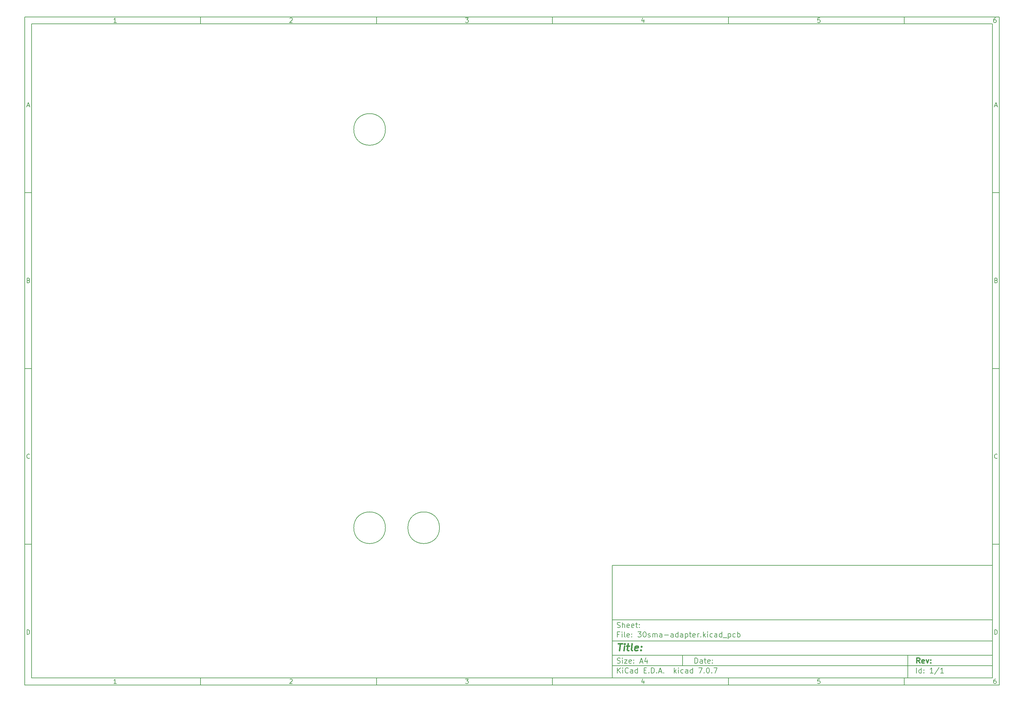
<source format=gbr>
%TF.GenerationSoftware,KiCad,Pcbnew,7.0.7*%
%TF.CreationDate,2023-09-22T00:52:09+02:00*%
%TF.ProjectId,30sma-adapter,3330736d-612d-4616-9461-707465722e6b,rev?*%
%TF.SameCoordinates,Original*%
%TF.FileFunction,Other,Comment*%
%FSLAX46Y46*%
G04 Gerber Fmt 4.6, Leading zero omitted, Abs format (unit mm)*
G04 Created by KiCad (PCBNEW 7.0.7) date 2023-09-22 00:52:09*
%MOMM*%
%LPD*%
G01*
G04 APERTURE LIST*
%ADD10C,0.100000*%
%ADD11C,0.150000*%
%ADD12C,0.300000*%
%ADD13C,0.400000*%
G04 APERTURE END LIST*
D10*
D11*
X177002200Y-166007200D02*
X285002200Y-166007200D01*
X285002200Y-198007200D01*
X177002200Y-198007200D01*
X177002200Y-166007200D01*
D10*
D11*
X10000000Y-10000000D02*
X287002200Y-10000000D01*
X287002200Y-200007200D01*
X10000000Y-200007200D01*
X10000000Y-10000000D01*
D10*
D11*
X12000000Y-12000000D02*
X285002200Y-12000000D01*
X285002200Y-198007200D01*
X12000000Y-198007200D01*
X12000000Y-12000000D01*
D10*
D11*
X60000000Y-12000000D02*
X60000000Y-10000000D01*
D10*
D11*
X110000000Y-12000000D02*
X110000000Y-10000000D01*
D10*
D11*
X160000000Y-12000000D02*
X160000000Y-10000000D01*
D10*
D11*
X210000000Y-12000000D02*
X210000000Y-10000000D01*
D10*
D11*
X260000000Y-12000000D02*
X260000000Y-10000000D01*
D10*
D11*
X36089160Y-11593604D02*
X35346303Y-11593604D01*
X35717731Y-11593604D02*
X35717731Y-10293604D01*
X35717731Y-10293604D02*
X35593922Y-10479319D01*
X35593922Y-10479319D02*
X35470112Y-10603128D01*
X35470112Y-10603128D02*
X35346303Y-10665033D01*
D10*
D11*
X85346303Y-10417414D02*
X85408207Y-10355509D01*
X85408207Y-10355509D02*
X85532017Y-10293604D01*
X85532017Y-10293604D02*
X85841541Y-10293604D01*
X85841541Y-10293604D02*
X85965350Y-10355509D01*
X85965350Y-10355509D02*
X86027255Y-10417414D01*
X86027255Y-10417414D02*
X86089160Y-10541223D01*
X86089160Y-10541223D02*
X86089160Y-10665033D01*
X86089160Y-10665033D02*
X86027255Y-10850747D01*
X86027255Y-10850747D02*
X85284398Y-11593604D01*
X85284398Y-11593604D02*
X86089160Y-11593604D01*
D10*
D11*
X135284398Y-10293604D02*
X136089160Y-10293604D01*
X136089160Y-10293604D02*
X135655826Y-10788842D01*
X135655826Y-10788842D02*
X135841541Y-10788842D01*
X135841541Y-10788842D02*
X135965350Y-10850747D01*
X135965350Y-10850747D02*
X136027255Y-10912652D01*
X136027255Y-10912652D02*
X136089160Y-11036461D01*
X136089160Y-11036461D02*
X136089160Y-11345985D01*
X136089160Y-11345985D02*
X136027255Y-11469795D01*
X136027255Y-11469795D02*
X135965350Y-11531700D01*
X135965350Y-11531700D02*
X135841541Y-11593604D01*
X135841541Y-11593604D02*
X135470112Y-11593604D01*
X135470112Y-11593604D02*
X135346303Y-11531700D01*
X135346303Y-11531700D02*
X135284398Y-11469795D01*
D10*
D11*
X185965350Y-10726938D02*
X185965350Y-11593604D01*
X185655826Y-10231700D02*
X185346303Y-11160271D01*
X185346303Y-11160271D02*
X186151064Y-11160271D01*
D10*
D11*
X236027255Y-10293604D02*
X235408207Y-10293604D01*
X235408207Y-10293604D02*
X235346303Y-10912652D01*
X235346303Y-10912652D02*
X235408207Y-10850747D01*
X235408207Y-10850747D02*
X235532017Y-10788842D01*
X235532017Y-10788842D02*
X235841541Y-10788842D01*
X235841541Y-10788842D02*
X235965350Y-10850747D01*
X235965350Y-10850747D02*
X236027255Y-10912652D01*
X236027255Y-10912652D02*
X236089160Y-11036461D01*
X236089160Y-11036461D02*
X236089160Y-11345985D01*
X236089160Y-11345985D02*
X236027255Y-11469795D01*
X236027255Y-11469795D02*
X235965350Y-11531700D01*
X235965350Y-11531700D02*
X235841541Y-11593604D01*
X235841541Y-11593604D02*
X235532017Y-11593604D01*
X235532017Y-11593604D02*
X235408207Y-11531700D01*
X235408207Y-11531700D02*
X235346303Y-11469795D01*
D10*
D11*
X285965350Y-10293604D02*
X285717731Y-10293604D01*
X285717731Y-10293604D02*
X285593922Y-10355509D01*
X285593922Y-10355509D02*
X285532017Y-10417414D01*
X285532017Y-10417414D02*
X285408207Y-10603128D01*
X285408207Y-10603128D02*
X285346303Y-10850747D01*
X285346303Y-10850747D02*
X285346303Y-11345985D01*
X285346303Y-11345985D02*
X285408207Y-11469795D01*
X285408207Y-11469795D02*
X285470112Y-11531700D01*
X285470112Y-11531700D02*
X285593922Y-11593604D01*
X285593922Y-11593604D02*
X285841541Y-11593604D01*
X285841541Y-11593604D02*
X285965350Y-11531700D01*
X285965350Y-11531700D02*
X286027255Y-11469795D01*
X286027255Y-11469795D02*
X286089160Y-11345985D01*
X286089160Y-11345985D02*
X286089160Y-11036461D01*
X286089160Y-11036461D02*
X286027255Y-10912652D01*
X286027255Y-10912652D02*
X285965350Y-10850747D01*
X285965350Y-10850747D02*
X285841541Y-10788842D01*
X285841541Y-10788842D02*
X285593922Y-10788842D01*
X285593922Y-10788842D02*
X285470112Y-10850747D01*
X285470112Y-10850747D02*
X285408207Y-10912652D01*
X285408207Y-10912652D02*
X285346303Y-11036461D01*
D10*
D11*
X60000000Y-198007200D02*
X60000000Y-200007200D01*
D10*
D11*
X110000000Y-198007200D02*
X110000000Y-200007200D01*
D10*
D11*
X160000000Y-198007200D02*
X160000000Y-200007200D01*
D10*
D11*
X210000000Y-198007200D02*
X210000000Y-200007200D01*
D10*
D11*
X260000000Y-198007200D02*
X260000000Y-200007200D01*
D10*
D11*
X36089160Y-199600804D02*
X35346303Y-199600804D01*
X35717731Y-199600804D02*
X35717731Y-198300804D01*
X35717731Y-198300804D02*
X35593922Y-198486519D01*
X35593922Y-198486519D02*
X35470112Y-198610328D01*
X35470112Y-198610328D02*
X35346303Y-198672233D01*
D10*
D11*
X85346303Y-198424614D02*
X85408207Y-198362709D01*
X85408207Y-198362709D02*
X85532017Y-198300804D01*
X85532017Y-198300804D02*
X85841541Y-198300804D01*
X85841541Y-198300804D02*
X85965350Y-198362709D01*
X85965350Y-198362709D02*
X86027255Y-198424614D01*
X86027255Y-198424614D02*
X86089160Y-198548423D01*
X86089160Y-198548423D02*
X86089160Y-198672233D01*
X86089160Y-198672233D02*
X86027255Y-198857947D01*
X86027255Y-198857947D02*
X85284398Y-199600804D01*
X85284398Y-199600804D02*
X86089160Y-199600804D01*
D10*
D11*
X135284398Y-198300804D02*
X136089160Y-198300804D01*
X136089160Y-198300804D02*
X135655826Y-198796042D01*
X135655826Y-198796042D02*
X135841541Y-198796042D01*
X135841541Y-198796042D02*
X135965350Y-198857947D01*
X135965350Y-198857947D02*
X136027255Y-198919852D01*
X136027255Y-198919852D02*
X136089160Y-199043661D01*
X136089160Y-199043661D02*
X136089160Y-199353185D01*
X136089160Y-199353185D02*
X136027255Y-199476995D01*
X136027255Y-199476995D02*
X135965350Y-199538900D01*
X135965350Y-199538900D02*
X135841541Y-199600804D01*
X135841541Y-199600804D02*
X135470112Y-199600804D01*
X135470112Y-199600804D02*
X135346303Y-199538900D01*
X135346303Y-199538900D02*
X135284398Y-199476995D01*
D10*
D11*
X185965350Y-198734138D02*
X185965350Y-199600804D01*
X185655826Y-198238900D02*
X185346303Y-199167471D01*
X185346303Y-199167471D02*
X186151064Y-199167471D01*
D10*
D11*
X236027255Y-198300804D02*
X235408207Y-198300804D01*
X235408207Y-198300804D02*
X235346303Y-198919852D01*
X235346303Y-198919852D02*
X235408207Y-198857947D01*
X235408207Y-198857947D02*
X235532017Y-198796042D01*
X235532017Y-198796042D02*
X235841541Y-198796042D01*
X235841541Y-198796042D02*
X235965350Y-198857947D01*
X235965350Y-198857947D02*
X236027255Y-198919852D01*
X236027255Y-198919852D02*
X236089160Y-199043661D01*
X236089160Y-199043661D02*
X236089160Y-199353185D01*
X236089160Y-199353185D02*
X236027255Y-199476995D01*
X236027255Y-199476995D02*
X235965350Y-199538900D01*
X235965350Y-199538900D02*
X235841541Y-199600804D01*
X235841541Y-199600804D02*
X235532017Y-199600804D01*
X235532017Y-199600804D02*
X235408207Y-199538900D01*
X235408207Y-199538900D02*
X235346303Y-199476995D01*
D10*
D11*
X285965350Y-198300804D02*
X285717731Y-198300804D01*
X285717731Y-198300804D02*
X285593922Y-198362709D01*
X285593922Y-198362709D02*
X285532017Y-198424614D01*
X285532017Y-198424614D02*
X285408207Y-198610328D01*
X285408207Y-198610328D02*
X285346303Y-198857947D01*
X285346303Y-198857947D02*
X285346303Y-199353185D01*
X285346303Y-199353185D02*
X285408207Y-199476995D01*
X285408207Y-199476995D02*
X285470112Y-199538900D01*
X285470112Y-199538900D02*
X285593922Y-199600804D01*
X285593922Y-199600804D02*
X285841541Y-199600804D01*
X285841541Y-199600804D02*
X285965350Y-199538900D01*
X285965350Y-199538900D02*
X286027255Y-199476995D01*
X286027255Y-199476995D02*
X286089160Y-199353185D01*
X286089160Y-199353185D02*
X286089160Y-199043661D01*
X286089160Y-199043661D02*
X286027255Y-198919852D01*
X286027255Y-198919852D02*
X285965350Y-198857947D01*
X285965350Y-198857947D02*
X285841541Y-198796042D01*
X285841541Y-198796042D02*
X285593922Y-198796042D01*
X285593922Y-198796042D02*
X285470112Y-198857947D01*
X285470112Y-198857947D02*
X285408207Y-198919852D01*
X285408207Y-198919852D02*
X285346303Y-199043661D01*
D10*
D11*
X10000000Y-60000000D02*
X12000000Y-60000000D01*
D10*
D11*
X10000000Y-110000000D02*
X12000000Y-110000000D01*
D10*
D11*
X10000000Y-160000000D02*
X12000000Y-160000000D01*
D10*
D11*
X10690476Y-35222176D02*
X11309523Y-35222176D01*
X10566666Y-35593604D02*
X10999999Y-34293604D01*
X10999999Y-34293604D02*
X11433333Y-35593604D01*
D10*
D11*
X11092857Y-84912652D02*
X11278571Y-84974557D01*
X11278571Y-84974557D02*
X11340476Y-85036461D01*
X11340476Y-85036461D02*
X11402380Y-85160271D01*
X11402380Y-85160271D02*
X11402380Y-85345985D01*
X11402380Y-85345985D02*
X11340476Y-85469795D01*
X11340476Y-85469795D02*
X11278571Y-85531700D01*
X11278571Y-85531700D02*
X11154761Y-85593604D01*
X11154761Y-85593604D02*
X10659523Y-85593604D01*
X10659523Y-85593604D02*
X10659523Y-84293604D01*
X10659523Y-84293604D02*
X11092857Y-84293604D01*
X11092857Y-84293604D02*
X11216666Y-84355509D01*
X11216666Y-84355509D02*
X11278571Y-84417414D01*
X11278571Y-84417414D02*
X11340476Y-84541223D01*
X11340476Y-84541223D02*
X11340476Y-84665033D01*
X11340476Y-84665033D02*
X11278571Y-84788842D01*
X11278571Y-84788842D02*
X11216666Y-84850747D01*
X11216666Y-84850747D02*
X11092857Y-84912652D01*
X11092857Y-84912652D02*
X10659523Y-84912652D01*
D10*
D11*
X11402380Y-135469795D02*
X11340476Y-135531700D01*
X11340476Y-135531700D02*
X11154761Y-135593604D01*
X11154761Y-135593604D02*
X11030952Y-135593604D01*
X11030952Y-135593604D02*
X10845238Y-135531700D01*
X10845238Y-135531700D02*
X10721428Y-135407890D01*
X10721428Y-135407890D02*
X10659523Y-135284080D01*
X10659523Y-135284080D02*
X10597619Y-135036461D01*
X10597619Y-135036461D02*
X10597619Y-134850747D01*
X10597619Y-134850747D02*
X10659523Y-134603128D01*
X10659523Y-134603128D02*
X10721428Y-134479319D01*
X10721428Y-134479319D02*
X10845238Y-134355509D01*
X10845238Y-134355509D02*
X11030952Y-134293604D01*
X11030952Y-134293604D02*
X11154761Y-134293604D01*
X11154761Y-134293604D02*
X11340476Y-134355509D01*
X11340476Y-134355509D02*
X11402380Y-134417414D01*
D10*
D11*
X10659523Y-185593604D02*
X10659523Y-184293604D01*
X10659523Y-184293604D02*
X10969047Y-184293604D01*
X10969047Y-184293604D02*
X11154761Y-184355509D01*
X11154761Y-184355509D02*
X11278571Y-184479319D01*
X11278571Y-184479319D02*
X11340476Y-184603128D01*
X11340476Y-184603128D02*
X11402380Y-184850747D01*
X11402380Y-184850747D02*
X11402380Y-185036461D01*
X11402380Y-185036461D02*
X11340476Y-185284080D01*
X11340476Y-185284080D02*
X11278571Y-185407890D01*
X11278571Y-185407890D02*
X11154761Y-185531700D01*
X11154761Y-185531700D02*
X10969047Y-185593604D01*
X10969047Y-185593604D02*
X10659523Y-185593604D01*
D10*
D11*
X287002200Y-60000000D02*
X285002200Y-60000000D01*
D10*
D11*
X287002200Y-110000000D02*
X285002200Y-110000000D01*
D10*
D11*
X287002200Y-160000000D02*
X285002200Y-160000000D01*
D10*
D11*
X285692676Y-35222176D02*
X286311723Y-35222176D01*
X285568866Y-35593604D02*
X286002199Y-34293604D01*
X286002199Y-34293604D02*
X286435533Y-35593604D01*
D10*
D11*
X286095057Y-84912652D02*
X286280771Y-84974557D01*
X286280771Y-84974557D02*
X286342676Y-85036461D01*
X286342676Y-85036461D02*
X286404580Y-85160271D01*
X286404580Y-85160271D02*
X286404580Y-85345985D01*
X286404580Y-85345985D02*
X286342676Y-85469795D01*
X286342676Y-85469795D02*
X286280771Y-85531700D01*
X286280771Y-85531700D02*
X286156961Y-85593604D01*
X286156961Y-85593604D02*
X285661723Y-85593604D01*
X285661723Y-85593604D02*
X285661723Y-84293604D01*
X285661723Y-84293604D02*
X286095057Y-84293604D01*
X286095057Y-84293604D02*
X286218866Y-84355509D01*
X286218866Y-84355509D02*
X286280771Y-84417414D01*
X286280771Y-84417414D02*
X286342676Y-84541223D01*
X286342676Y-84541223D02*
X286342676Y-84665033D01*
X286342676Y-84665033D02*
X286280771Y-84788842D01*
X286280771Y-84788842D02*
X286218866Y-84850747D01*
X286218866Y-84850747D02*
X286095057Y-84912652D01*
X286095057Y-84912652D02*
X285661723Y-84912652D01*
D10*
D11*
X286404580Y-135469795D02*
X286342676Y-135531700D01*
X286342676Y-135531700D02*
X286156961Y-135593604D01*
X286156961Y-135593604D02*
X286033152Y-135593604D01*
X286033152Y-135593604D02*
X285847438Y-135531700D01*
X285847438Y-135531700D02*
X285723628Y-135407890D01*
X285723628Y-135407890D02*
X285661723Y-135284080D01*
X285661723Y-135284080D02*
X285599819Y-135036461D01*
X285599819Y-135036461D02*
X285599819Y-134850747D01*
X285599819Y-134850747D02*
X285661723Y-134603128D01*
X285661723Y-134603128D02*
X285723628Y-134479319D01*
X285723628Y-134479319D02*
X285847438Y-134355509D01*
X285847438Y-134355509D02*
X286033152Y-134293604D01*
X286033152Y-134293604D02*
X286156961Y-134293604D01*
X286156961Y-134293604D02*
X286342676Y-134355509D01*
X286342676Y-134355509D02*
X286404580Y-134417414D01*
D10*
D11*
X285661723Y-185593604D02*
X285661723Y-184293604D01*
X285661723Y-184293604D02*
X285971247Y-184293604D01*
X285971247Y-184293604D02*
X286156961Y-184355509D01*
X286156961Y-184355509D02*
X286280771Y-184479319D01*
X286280771Y-184479319D02*
X286342676Y-184603128D01*
X286342676Y-184603128D02*
X286404580Y-184850747D01*
X286404580Y-184850747D02*
X286404580Y-185036461D01*
X286404580Y-185036461D02*
X286342676Y-185284080D01*
X286342676Y-185284080D02*
X286280771Y-185407890D01*
X286280771Y-185407890D02*
X286156961Y-185531700D01*
X286156961Y-185531700D02*
X285971247Y-185593604D01*
X285971247Y-185593604D02*
X285661723Y-185593604D01*
D10*
D11*
X200458026Y-193793328D02*
X200458026Y-192293328D01*
X200458026Y-192293328D02*
X200815169Y-192293328D01*
X200815169Y-192293328D02*
X201029455Y-192364757D01*
X201029455Y-192364757D02*
X201172312Y-192507614D01*
X201172312Y-192507614D02*
X201243741Y-192650471D01*
X201243741Y-192650471D02*
X201315169Y-192936185D01*
X201315169Y-192936185D02*
X201315169Y-193150471D01*
X201315169Y-193150471D02*
X201243741Y-193436185D01*
X201243741Y-193436185D02*
X201172312Y-193579042D01*
X201172312Y-193579042D02*
X201029455Y-193721900D01*
X201029455Y-193721900D02*
X200815169Y-193793328D01*
X200815169Y-193793328D02*
X200458026Y-193793328D01*
X202600884Y-193793328D02*
X202600884Y-193007614D01*
X202600884Y-193007614D02*
X202529455Y-192864757D01*
X202529455Y-192864757D02*
X202386598Y-192793328D01*
X202386598Y-192793328D02*
X202100884Y-192793328D01*
X202100884Y-192793328D02*
X201958026Y-192864757D01*
X202600884Y-193721900D02*
X202458026Y-193793328D01*
X202458026Y-193793328D02*
X202100884Y-193793328D01*
X202100884Y-193793328D02*
X201958026Y-193721900D01*
X201958026Y-193721900D02*
X201886598Y-193579042D01*
X201886598Y-193579042D02*
X201886598Y-193436185D01*
X201886598Y-193436185D02*
X201958026Y-193293328D01*
X201958026Y-193293328D02*
X202100884Y-193221900D01*
X202100884Y-193221900D02*
X202458026Y-193221900D01*
X202458026Y-193221900D02*
X202600884Y-193150471D01*
X203100884Y-192793328D02*
X203672312Y-192793328D01*
X203315169Y-192293328D02*
X203315169Y-193579042D01*
X203315169Y-193579042D02*
X203386598Y-193721900D01*
X203386598Y-193721900D02*
X203529455Y-193793328D01*
X203529455Y-193793328D02*
X203672312Y-193793328D01*
X204743741Y-193721900D02*
X204600884Y-193793328D01*
X204600884Y-193793328D02*
X204315170Y-193793328D01*
X204315170Y-193793328D02*
X204172312Y-193721900D01*
X204172312Y-193721900D02*
X204100884Y-193579042D01*
X204100884Y-193579042D02*
X204100884Y-193007614D01*
X204100884Y-193007614D02*
X204172312Y-192864757D01*
X204172312Y-192864757D02*
X204315170Y-192793328D01*
X204315170Y-192793328D02*
X204600884Y-192793328D01*
X204600884Y-192793328D02*
X204743741Y-192864757D01*
X204743741Y-192864757D02*
X204815170Y-193007614D01*
X204815170Y-193007614D02*
X204815170Y-193150471D01*
X204815170Y-193150471D02*
X204100884Y-193293328D01*
X205458026Y-193650471D02*
X205529455Y-193721900D01*
X205529455Y-193721900D02*
X205458026Y-193793328D01*
X205458026Y-193793328D02*
X205386598Y-193721900D01*
X205386598Y-193721900D02*
X205458026Y-193650471D01*
X205458026Y-193650471D02*
X205458026Y-193793328D01*
X205458026Y-192864757D02*
X205529455Y-192936185D01*
X205529455Y-192936185D02*
X205458026Y-193007614D01*
X205458026Y-193007614D02*
X205386598Y-192936185D01*
X205386598Y-192936185D02*
X205458026Y-192864757D01*
X205458026Y-192864757D02*
X205458026Y-193007614D01*
D10*
D11*
X177002200Y-194507200D02*
X285002200Y-194507200D01*
D10*
D11*
X178458026Y-196593328D02*
X178458026Y-195093328D01*
X179315169Y-196593328D02*
X178672312Y-195736185D01*
X179315169Y-195093328D02*
X178458026Y-195950471D01*
X179958026Y-196593328D02*
X179958026Y-195593328D01*
X179958026Y-195093328D02*
X179886598Y-195164757D01*
X179886598Y-195164757D02*
X179958026Y-195236185D01*
X179958026Y-195236185D02*
X180029455Y-195164757D01*
X180029455Y-195164757D02*
X179958026Y-195093328D01*
X179958026Y-195093328D02*
X179958026Y-195236185D01*
X181529455Y-196450471D02*
X181458027Y-196521900D01*
X181458027Y-196521900D02*
X181243741Y-196593328D01*
X181243741Y-196593328D02*
X181100884Y-196593328D01*
X181100884Y-196593328D02*
X180886598Y-196521900D01*
X180886598Y-196521900D02*
X180743741Y-196379042D01*
X180743741Y-196379042D02*
X180672312Y-196236185D01*
X180672312Y-196236185D02*
X180600884Y-195950471D01*
X180600884Y-195950471D02*
X180600884Y-195736185D01*
X180600884Y-195736185D02*
X180672312Y-195450471D01*
X180672312Y-195450471D02*
X180743741Y-195307614D01*
X180743741Y-195307614D02*
X180886598Y-195164757D01*
X180886598Y-195164757D02*
X181100884Y-195093328D01*
X181100884Y-195093328D02*
X181243741Y-195093328D01*
X181243741Y-195093328D02*
X181458027Y-195164757D01*
X181458027Y-195164757D02*
X181529455Y-195236185D01*
X182815170Y-196593328D02*
X182815170Y-195807614D01*
X182815170Y-195807614D02*
X182743741Y-195664757D01*
X182743741Y-195664757D02*
X182600884Y-195593328D01*
X182600884Y-195593328D02*
X182315170Y-195593328D01*
X182315170Y-195593328D02*
X182172312Y-195664757D01*
X182815170Y-196521900D02*
X182672312Y-196593328D01*
X182672312Y-196593328D02*
X182315170Y-196593328D01*
X182315170Y-196593328D02*
X182172312Y-196521900D01*
X182172312Y-196521900D02*
X182100884Y-196379042D01*
X182100884Y-196379042D02*
X182100884Y-196236185D01*
X182100884Y-196236185D02*
X182172312Y-196093328D01*
X182172312Y-196093328D02*
X182315170Y-196021900D01*
X182315170Y-196021900D02*
X182672312Y-196021900D01*
X182672312Y-196021900D02*
X182815170Y-195950471D01*
X184172313Y-196593328D02*
X184172313Y-195093328D01*
X184172313Y-196521900D02*
X184029455Y-196593328D01*
X184029455Y-196593328D02*
X183743741Y-196593328D01*
X183743741Y-196593328D02*
X183600884Y-196521900D01*
X183600884Y-196521900D02*
X183529455Y-196450471D01*
X183529455Y-196450471D02*
X183458027Y-196307614D01*
X183458027Y-196307614D02*
X183458027Y-195879042D01*
X183458027Y-195879042D02*
X183529455Y-195736185D01*
X183529455Y-195736185D02*
X183600884Y-195664757D01*
X183600884Y-195664757D02*
X183743741Y-195593328D01*
X183743741Y-195593328D02*
X184029455Y-195593328D01*
X184029455Y-195593328D02*
X184172313Y-195664757D01*
X186029455Y-195807614D02*
X186529455Y-195807614D01*
X186743741Y-196593328D02*
X186029455Y-196593328D01*
X186029455Y-196593328D02*
X186029455Y-195093328D01*
X186029455Y-195093328D02*
X186743741Y-195093328D01*
X187386598Y-196450471D02*
X187458027Y-196521900D01*
X187458027Y-196521900D02*
X187386598Y-196593328D01*
X187386598Y-196593328D02*
X187315170Y-196521900D01*
X187315170Y-196521900D02*
X187386598Y-196450471D01*
X187386598Y-196450471D02*
X187386598Y-196593328D01*
X188100884Y-196593328D02*
X188100884Y-195093328D01*
X188100884Y-195093328D02*
X188458027Y-195093328D01*
X188458027Y-195093328D02*
X188672313Y-195164757D01*
X188672313Y-195164757D02*
X188815170Y-195307614D01*
X188815170Y-195307614D02*
X188886599Y-195450471D01*
X188886599Y-195450471D02*
X188958027Y-195736185D01*
X188958027Y-195736185D02*
X188958027Y-195950471D01*
X188958027Y-195950471D02*
X188886599Y-196236185D01*
X188886599Y-196236185D02*
X188815170Y-196379042D01*
X188815170Y-196379042D02*
X188672313Y-196521900D01*
X188672313Y-196521900D02*
X188458027Y-196593328D01*
X188458027Y-196593328D02*
X188100884Y-196593328D01*
X189600884Y-196450471D02*
X189672313Y-196521900D01*
X189672313Y-196521900D02*
X189600884Y-196593328D01*
X189600884Y-196593328D02*
X189529456Y-196521900D01*
X189529456Y-196521900D02*
X189600884Y-196450471D01*
X189600884Y-196450471D02*
X189600884Y-196593328D01*
X190243742Y-196164757D02*
X190958028Y-196164757D01*
X190100885Y-196593328D02*
X190600885Y-195093328D01*
X190600885Y-195093328D02*
X191100885Y-196593328D01*
X191600884Y-196450471D02*
X191672313Y-196521900D01*
X191672313Y-196521900D02*
X191600884Y-196593328D01*
X191600884Y-196593328D02*
X191529456Y-196521900D01*
X191529456Y-196521900D02*
X191600884Y-196450471D01*
X191600884Y-196450471D02*
X191600884Y-196593328D01*
X194600884Y-196593328D02*
X194600884Y-195093328D01*
X194743742Y-196021900D02*
X195172313Y-196593328D01*
X195172313Y-195593328D02*
X194600884Y-196164757D01*
X195815170Y-196593328D02*
X195815170Y-195593328D01*
X195815170Y-195093328D02*
X195743742Y-195164757D01*
X195743742Y-195164757D02*
X195815170Y-195236185D01*
X195815170Y-195236185D02*
X195886599Y-195164757D01*
X195886599Y-195164757D02*
X195815170Y-195093328D01*
X195815170Y-195093328D02*
X195815170Y-195236185D01*
X197172314Y-196521900D02*
X197029456Y-196593328D01*
X197029456Y-196593328D02*
X196743742Y-196593328D01*
X196743742Y-196593328D02*
X196600885Y-196521900D01*
X196600885Y-196521900D02*
X196529456Y-196450471D01*
X196529456Y-196450471D02*
X196458028Y-196307614D01*
X196458028Y-196307614D02*
X196458028Y-195879042D01*
X196458028Y-195879042D02*
X196529456Y-195736185D01*
X196529456Y-195736185D02*
X196600885Y-195664757D01*
X196600885Y-195664757D02*
X196743742Y-195593328D01*
X196743742Y-195593328D02*
X197029456Y-195593328D01*
X197029456Y-195593328D02*
X197172314Y-195664757D01*
X198458028Y-196593328D02*
X198458028Y-195807614D01*
X198458028Y-195807614D02*
X198386599Y-195664757D01*
X198386599Y-195664757D02*
X198243742Y-195593328D01*
X198243742Y-195593328D02*
X197958028Y-195593328D01*
X197958028Y-195593328D02*
X197815170Y-195664757D01*
X198458028Y-196521900D02*
X198315170Y-196593328D01*
X198315170Y-196593328D02*
X197958028Y-196593328D01*
X197958028Y-196593328D02*
X197815170Y-196521900D01*
X197815170Y-196521900D02*
X197743742Y-196379042D01*
X197743742Y-196379042D02*
X197743742Y-196236185D01*
X197743742Y-196236185D02*
X197815170Y-196093328D01*
X197815170Y-196093328D02*
X197958028Y-196021900D01*
X197958028Y-196021900D02*
X198315170Y-196021900D01*
X198315170Y-196021900D02*
X198458028Y-195950471D01*
X199815171Y-196593328D02*
X199815171Y-195093328D01*
X199815171Y-196521900D02*
X199672313Y-196593328D01*
X199672313Y-196593328D02*
X199386599Y-196593328D01*
X199386599Y-196593328D02*
X199243742Y-196521900D01*
X199243742Y-196521900D02*
X199172313Y-196450471D01*
X199172313Y-196450471D02*
X199100885Y-196307614D01*
X199100885Y-196307614D02*
X199100885Y-195879042D01*
X199100885Y-195879042D02*
X199172313Y-195736185D01*
X199172313Y-195736185D02*
X199243742Y-195664757D01*
X199243742Y-195664757D02*
X199386599Y-195593328D01*
X199386599Y-195593328D02*
X199672313Y-195593328D01*
X199672313Y-195593328D02*
X199815171Y-195664757D01*
X201529456Y-195093328D02*
X202529456Y-195093328D01*
X202529456Y-195093328D02*
X201886599Y-196593328D01*
X203100884Y-196450471D02*
X203172313Y-196521900D01*
X203172313Y-196521900D02*
X203100884Y-196593328D01*
X203100884Y-196593328D02*
X203029456Y-196521900D01*
X203029456Y-196521900D02*
X203100884Y-196450471D01*
X203100884Y-196450471D02*
X203100884Y-196593328D01*
X204100885Y-195093328D02*
X204243742Y-195093328D01*
X204243742Y-195093328D02*
X204386599Y-195164757D01*
X204386599Y-195164757D02*
X204458028Y-195236185D01*
X204458028Y-195236185D02*
X204529456Y-195379042D01*
X204529456Y-195379042D02*
X204600885Y-195664757D01*
X204600885Y-195664757D02*
X204600885Y-196021900D01*
X204600885Y-196021900D02*
X204529456Y-196307614D01*
X204529456Y-196307614D02*
X204458028Y-196450471D01*
X204458028Y-196450471D02*
X204386599Y-196521900D01*
X204386599Y-196521900D02*
X204243742Y-196593328D01*
X204243742Y-196593328D02*
X204100885Y-196593328D01*
X204100885Y-196593328D02*
X203958028Y-196521900D01*
X203958028Y-196521900D02*
X203886599Y-196450471D01*
X203886599Y-196450471D02*
X203815170Y-196307614D01*
X203815170Y-196307614D02*
X203743742Y-196021900D01*
X203743742Y-196021900D02*
X203743742Y-195664757D01*
X203743742Y-195664757D02*
X203815170Y-195379042D01*
X203815170Y-195379042D02*
X203886599Y-195236185D01*
X203886599Y-195236185D02*
X203958028Y-195164757D01*
X203958028Y-195164757D02*
X204100885Y-195093328D01*
X205243741Y-196450471D02*
X205315170Y-196521900D01*
X205315170Y-196521900D02*
X205243741Y-196593328D01*
X205243741Y-196593328D02*
X205172313Y-196521900D01*
X205172313Y-196521900D02*
X205243741Y-196450471D01*
X205243741Y-196450471D02*
X205243741Y-196593328D01*
X205815170Y-195093328D02*
X206815170Y-195093328D01*
X206815170Y-195093328D02*
X206172313Y-196593328D01*
D10*
D11*
X177002200Y-191507200D02*
X285002200Y-191507200D01*
D10*
D12*
X264413853Y-193785528D02*
X263913853Y-193071242D01*
X263556710Y-193785528D02*
X263556710Y-192285528D01*
X263556710Y-192285528D02*
X264128139Y-192285528D01*
X264128139Y-192285528D02*
X264270996Y-192356957D01*
X264270996Y-192356957D02*
X264342425Y-192428385D01*
X264342425Y-192428385D02*
X264413853Y-192571242D01*
X264413853Y-192571242D02*
X264413853Y-192785528D01*
X264413853Y-192785528D02*
X264342425Y-192928385D01*
X264342425Y-192928385D02*
X264270996Y-192999814D01*
X264270996Y-192999814D02*
X264128139Y-193071242D01*
X264128139Y-193071242D02*
X263556710Y-193071242D01*
X265628139Y-193714100D02*
X265485282Y-193785528D01*
X265485282Y-193785528D02*
X265199568Y-193785528D01*
X265199568Y-193785528D02*
X265056710Y-193714100D01*
X265056710Y-193714100D02*
X264985282Y-193571242D01*
X264985282Y-193571242D02*
X264985282Y-192999814D01*
X264985282Y-192999814D02*
X265056710Y-192856957D01*
X265056710Y-192856957D02*
X265199568Y-192785528D01*
X265199568Y-192785528D02*
X265485282Y-192785528D01*
X265485282Y-192785528D02*
X265628139Y-192856957D01*
X265628139Y-192856957D02*
X265699568Y-192999814D01*
X265699568Y-192999814D02*
X265699568Y-193142671D01*
X265699568Y-193142671D02*
X264985282Y-193285528D01*
X266199567Y-192785528D02*
X266556710Y-193785528D01*
X266556710Y-193785528D02*
X266913853Y-192785528D01*
X267485281Y-193642671D02*
X267556710Y-193714100D01*
X267556710Y-193714100D02*
X267485281Y-193785528D01*
X267485281Y-193785528D02*
X267413853Y-193714100D01*
X267413853Y-193714100D02*
X267485281Y-193642671D01*
X267485281Y-193642671D02*
X267485281Y-193785528D01*
X267485281Y-192856957D02*
X267556710Y-192928385D01*
X267556710Y-192928385D02*
X267485281Y-192999814D01*
X267485281Y-192999814D02*
X267413853Y-192928385D01*
X267413853Y-192928385D02*
X267485281Y-192856957D01*
X267485281Y-192856957D02*
X267485281Y-192999814D01*
D10*
D11*
X178386598Y-193721900D02*
X178600884Y-193793328D01*
X178600884Y-193793328D02*
X178958026Y-193793328D01*
X178958026Y-193793328D02*
X179100884Y-193721900D01*
X179100884Y-193721900D02*
X179172312Y-193650471D01*
X179172312Y-193650471D02*
X179243741Y-193507614D01*
X179243741Y-193507614D02*
X179243741Y-193364757D01*
X179243741Y-193364757D02*
X179172312Y-193221900D01*
X179172312Y-193221900D02*
X179100884Y-193150471D01*
X179100884Y-193150471D02*
X178958026Y-193079042D01*
X178958026Y-193079042D02*
X178672312Y-193007614D01*
X178672312Y-193007614D02*
X178529455Y-192936185D01*
X178529455Y-192936185D02*
X178458026Y-192864757D01*
X178458026Y-192864757D02*
X178386598Y-192721900D01*
X178386598Y-192721900D02*
X178386598Y-192579042D01*
X178386598Y-192579042D02*
X178458026Y-192436185D01*
X178458026Y-192436185D02*
X178529455Y-192364757D01*
X178529455Y-192364757D02*
X178672312Y-192293328D01*
X178672312Y-192293328D02*
X179029455Y-192293328D01*
X179029455Y-192293328D02*
X179243741Y-192364757D01*
X179886597Y-193793328D02*
X179886597Y-192793328D01*
X179886597Y-192293328D02*
X179815169Y-192364757D01*
X179815169Y-192364757D02*
X179886597Y-192436185D01*
X179886597Y-192436185D02*
X179958026Y-192364757D01*
X179958026Y-192364757D02*
X179886597Y-192293328D01*
X179886597Y-192293328D02*
X179886597Y-192436185D01*
X180458026Y-192793328D02*
X181243741Y-192793328D01*
X181243741Y-192793328D02*
X180458026Y-193793328D01*
X180458026Y-193793328D02*
X181243741Y-193793328D01*
X182386598Y-193721900D02*
X182243741Y-193793328D01*
X182243741Y-193793328D02*
X181958027Y-193793328D01*
X181958027Y-193793328D02*
X181815169Y-193721900D01*
X181815169Y-193721900D02*
X181743741Y-193579042D01*
X181743741Y-193579042D02*
X181743741Y-193007614D01*
X181743741Y-193007614D02*
X181815169Y-192864757D01*
X181815169Y-192864757D02*
X181958027Y-192793328D01*
X181958027Y-192793328D02*
X182243741Y-192793328D01*
X182243741Y-192793328D02*
X182386598Y-192864757D01*
X182386598Y-192864757D02*
X182458027Y-193007614D01*
X182458027Y-193007614D02*
X182458027Y-193150471D01*
X182458027Y-193150471D02*
X181743741Y-193293328D01*
X183100883Y-193650471D02*
X183172312Y-193721900D01*
X183172312Y-193721900D02*
X183100883Y-193793328D01*
X183100883Y-193793328D02*
X183029455Y-193721900D01*
X183029455Y-193721900D02*
X183100883Y-193650471D01*
X183100883Y-193650471D02*
X183100883Y-193793328D01*
X183100883Y-192864757D02*
X183172312Y-192936185D01*
X183172312Y-192936185D02*
X183100883Y-193007614D01*
X183100883Y-193007614D02*
X183029455Y-192936185D01*
X183029455Y-192936185D02*
X183100883Y-192864757D01*
X183100883Y-192864757D02*
X183100883Y-193007614D01*
X184886598Y-193364757D02*
X185600884Y-193364757D01*
X184743741Y-193793328D02*
X185243741Y-192293328D01*
X185243741Y-192293328D02*
X185743741Y-193793328D01*
X186886598Y-192793328D02*
X186886598Y-193793328D01*
X186529455Y-192221900D02*
X186172312Y-193293328D01*
X186172312Y-193293328D02*
X187100883Y-193293328D01*
D10*
D11*
X263458026Y-196593328D02*
X263458026Y-195093328D01*
X264815170Y-196593328D02*
X264815170Y-195093328D01*
X264815170Y-196521900D02*
X264672312Y-196593328D01*
X264672312Y-196593328D02*
X264386598Y-196593328D01*
X264386598Y-196593328D02*
X264243741Y-196521900D01*
X264243741Y-196521900D02*
X264172312Y-196450471D01*
X264172312Y-196450471D02*
X264100884Y-196307614D01*
X264100884Y-196307614D02*
X264100884Y-195879042D01*
X264100884Y-195879042D02*
X264172312Y-195736185D01*
X264172312Y-195736185D02*
X264243741Y-195664757D01*
X264243741Y-195664757D02*
X264386598Y-195593328D01*
X264386598Y-195593328D02*
X264672312Y-195593328D01*
X264672312Y-195593328D02*
X264815170Y-195664757D01*
X265529455Y-196450471D02*
X265600884Y-196521900D01*
X265600884Y-196521900D02*
X265529455Y-196593328D01*
X265529455Y-196593328D02*
X265458027Y-196521900D01*
X265458027Y-196521900D02*
X265529455Y-196450471D01*
X265529455Y-196450471D02*
X265529455Y-196593328D01*
X265529455Y-195664757D02*
X265600884Y-195736185D01*
X265600884Y-195736185D02*
X265529455Y-195807614D01*
X265529455Y-195807614D02*
X265458027Y-195736185D01*
X265458027Y-195736185D02*
X265529455Y-195664757D01*
X265529455Y-195664757D02*
X265529455Y-195807614D01*
X268172313Y-196593328D02*
X267315170Y-196593328D01*
X267743741Y-196593328D02*
X267743741Y-195093328D01*
X267743741Y-195093328D02*
X267600884Y-195307614D01*
X267600884Y-195307614D02*
X267458027Y-195450471D01*
X267458027Y-195450471D02*
X267315170Y-195521900D01*
X269886598Y-195021900D02*
X268600884Y-196950471D01*
X271172313Y-196593328D02*
X270315170Y-196593328D01*
X270743741Y-196593328D02*
X270743741Y-195093328D01*
X270743741Y-195093328D02*
X270600884Y-195307614D01*
X270600884Y-195307614D02*
X270458027Y-195450471D01*
X270458027Y-195450471D02*
X270315170Y-195521900D01*
D10*
D11*
X177002200Y-187507200D02*
X285002200Y-187507200D01*
D10*
D13*
X178693928Y-188211638D02*
X179836785Y-188211638D01*
X179015357Y-190211638D02*
X179265357Y-188211638D01*
X180253452Y-190211638D02*
X180420119Y-188878304D01*
X180503452Y-188211638D02*
X180396309Y-188306876D01*
X180396309Y-188306876D02*
X180479643Y-188402114D01*
X180479643Y-188402114D02*
X180586786Y-188306876D01*
X180586786Y-188306876D02*
X180503452Y-188211638D01*
X180503452Y-188211638D02*
X180479643Y-188402114D01*
X181086786Y-188878304D02*
X181848690Y-188878304D01*
X181455833Y-188211638D02*
X181241548Y-189925923D01*
X181241548Y-189925923D02*
X181312976Y-190116400D01*
X181312976Y-190116400D02*
X181491548Y-190211638D01*
X181491548Y-190211638D02*
X181682024Y-190211638D01*
X182634405Y-190211638D02*
X182455833Y-190116400D01*
X182455833Y-190116400D02*
X182384405Y-189925923D01*
X182384405Y-189925923D02*
X182598690Y-188211638D01*
X184170119Y-190116400D02*
X183967738Y-190211638D01*
X183967738Y-190211638D02*
X183586785Y-190211638D01*
X183586785Y-190211638D02*
X183408214Y-190116400D01*
X183408214Y-190116400D02*
X183336785Y-189925923D01*
X183336785Y-189925923D02*
X183432024Y-189164019D01*
X183432024Y-189164019D02*
X183551071Y-188973542D01*
X183551071Y-188973542D02*
X183753452Y-188878304D01*
X183753452Y-188878304D02*
X184134404Y-188878304D01*
X184134404Y-188878304D02*
X184312976Y-188973542D01*
X184312976Y-188973542D02*
X184384404Y-189164019D01*
X184384404Y-189164019D02*
X184360595Y-189354495D01*
X184360595Y-189354495D02*
X183384404Y-189544971D01*
X185134405Y-190021161D02*
X185217738Y-190116400D01*
X185217738Y-190116400D02*
X185110595Y-190211638D01*
X185110595Y-190211638D02*
X185027262Y-190116400D01*
X185027262Y-190116400D02*
X185134405Y-190021161D01*
X185134405Y-190021161D02*
X185110595Y-190211638D01*
X185265357Y-188973542D02*
X185348690Y-189068780D01*
X185348690Y-189068780D02*
X185241548Y-189164019D01*
X185241548Y-189164019D02*
X185158214Y-189068780D01*
X185158214Y-189068780D02*
X185265357Y-188973542D01*
X185265357Y-188973542D02*
X185241548Y-189164019D01*
D10*
D11*
X178958026Y-185607614D02*
X178458026Y-185607614D01*
X178458026Y-186393328D02*
X178458026Y-184893328D01*
X178458026Y-184893328D02*
X179172312Y-184893328D01*
X179743740Y-186393328D02*
X179743740Y-185393328D01*
X179743740Y-184893328D02*
X179672312Y-184964757D01*
X179672312Y-184964757D02*
X179743740Y-185036185D01*
X179743740Y-185036185D02*
X179815169Y-184964757D01*
X179815169Y-184964757D02*
X179743740Y-184893328D01*
X179743740Y-184893328D02*
X179743740Y-185036185D01*
X180672312Y-186393328D02*
X180529455Y-186321900D01*
X180529455Y-186321900D02*
X180458026Y-186179042D01*
X180458026Y-186179042D02*
X180458026Y-184893328D01*
X181815169Y-186321900D02*
X181672312Y-186393328D01*
X181672312Y-186393328D02*
X181386598Y-186393328D01*
X181386598Y-186393328D02*
X181243740Y-186321900D01*
X181243740Y-186321900D02*
X181172312Y-186179042D01*
X181172312Y-186179042D02*
X181172312Y-185607614D01*
X181172312Y-185607614D02*
X181243740Y-185464757D01*
X181243740Y-185464757D02*
X181386598Y-185393328D01*
X181386598Y-185393328D02*
X181672312Y-185393328D01*
X181672312Y-185393328D02*
X181815169Y-185464757D01*
X181815169Y-185464757D02*
X181886598Y-185607614D01*
X181886598Y-185607614D02*
X181886598Y-185750471D01*
X181886598Y-185750471D02*
X181172312Y-185893328D01*
X182529454Y-186250471D02*
X182600883Y-186321900D01*
X182600883Y-186321900D02*
X182529454Y-186393328D01*
X182529454Y-186393328D02*
X182458026Y-186321900D01*
X182458026Y-186321900D02*
X182529454Y-186250471D01*
X182529454Y-186250471D02*
X182529454Y-186393328D01*
X182529454Y-185464757D02*
X182600883Y-185536185D01*
X182600883Y-185536185D02*
X182529454Y-185607614D01*
X182529454Y-185607614D02*
X182458026Y-185536185D01*
X182458026Y-185536185D02*
X182529454Y-185464757D01*
X182529454Y-185464757D02*
X182529454Y-185607614D01*
X184243740Y-184893328D02*
X185172312Y-184893328D01*
X185172312Y-184893328D02*
X184672312Y-185464757D01*
X184672312Y-185464757D02*
X184886597Y-185464757D01*
X184886597Y-185464757D02*
X185029455Y-185536185D01*
X185029455Y-185536185D02*
X185100883Y-185607614D01*
X185100883Y-185607614D02*
X185172312Y-185750471D01*
X185172312Y-185750471D02*
X185172312Y-186107614D01*
X185172312Y-186107614D02*
X185100883Y-186250471D01*
X185100883Y-186250471D02*
X185029455Y-186321900D01*
X185029455Y-186321900D02*
X184886597Y-186393328D01*
X184886597Y-186393328D02*
X184458026Y-186393328D01*
X184458026Y-186393328D02*
X184315169Y-186321900D01*
X184315169Y-186321900D02*
X184243740Y-186250471D01*
X186100883Y-184893328D02*
X186243740Y-184893328D01*
X186243740Y-184893328D02*
X186386597Y-184964757D01*
X186386597Y-184964757D02*
X186458026Y-185036185D01*
X186458026Y-185036185D02*
X186529454Y-185179042D01*
X186529454Y-185179042D02*
X186600883Y-185464757D01*
X186600883Y-185464757D02*
X186600883Y-185821900D01*
X186600883Y-185821900D02*
X186529454Y-186107614D01*
X186529454Y-186107614D02*
X186458026Y-186250471D01*
X186458026Y-186250471D02*
X186386597Y-186321900D01*
X186386597Y-186321900D02*
X186243740Y-186393328D01*
X186243740Y-186393328D02*
X186100883Y-186393328D01*
X186100883Y-186393328D02*
X185958026Y-186321900D01*
X185958026Y-186321900D02*
X185886597Y-186250471D01*
X185886597Y-186250471D02*
X185815168Y-186107614D01*
X185815168Y-186107614D02*
X185743740Y-185821900D01*
X185743740Y-185821900D02*
X185743740Y-185464757D01*
X185743740Y-185464757D02*
X185815168Y-185179042D01*
X185815168Y-185179042D02*
X185886597Y-185036185D01*
X185886597Y-185036185D02*
X185958026Y-184964757D01*
X185958026Y-184964757D02*
X186100883Y-184893328D01*
X187172311Y-186321900D02*
X187315168Y-186393328D01*
X187315168Y-186393328D02*
X187600882Y-186393328D01*
X187600882Y-186393328D02*
X187743739Y-186321900D01*
X187743739Y-186321900D02*
X187815168Y-186179042D01*
X187815168Y-186179042D02*
X187815168Y-186107614D01*
X187815168Y-186107614D02*
X187743739Y-185964757D01*
X187743739Y-185964757D02*
X187600882Y-185893328D01*
X187600882Y-185893328D02*
X187386597Y-185893328D01*
X187386597Y-185893328D02*
X187243739Y-185821900D01*
X187243739Y-185821900D02*
X187172311Y-185679042D01*
X187172311Y-185679042D02*
X187172311Y-185607614D01*
X187172311Y-185607614D02*
X187243739Y-185464757D01*
X187243739Y-185464757D02*
X187386597Y-185393328D01*
X187386597Y-185393328D02*
X187600882Y-185393328D01*
X187600882Y-185393328D02*
X187743739Y-185464757D01*
X188458025Y-186393328D02*
X188458025Y-185393328D01*
X188458025Y-185536185D02*
X188529454Y-185464757D01*
X188529454Y-185464757D02*
X188672311Y-185393328D01*
X188672311Y-185393328D02*
X188886597Y-185393328D01*
X188886597Y-185393328D02*
X189029454Y-185464757D01*
X189029454Y-185464757D02*
X189100883Y-185607614D01*
X189100883Y-185607614D02*
X189100883Y-186393328D01*
X189100883Y-185607614D02*
X189172311Y-185464757D01*
X189172311Y-185464757D02*
X189315168Y-185393328D01*
X189315168Y-185393328D02*
X189529454Y-185393328D01*
X189529454Y-185393328D02*
X189672311Y-185464757D01*
X189672311Y-185464757D02*
X189743740Y-185607614D01*
X189743740Y-185607614D02*
X189743740Y-186393328D01*
X191100883Y-186393328D02*
X191100883Y-185607614D01*
X191100883Y-185607614D02*
X191029454Y-185464757D01*
X191029454Y-185464757D02*
X190886597Y-185393328D01*
X190886597Y-185393328D02*
X190600883Y-185393328D01*
X190600883Y-185393328D02*
X190458025Y-185464757D01*
X191100883Y-186321900D02*
X190958025Y-186393328D01*
X190958025Y-186393328D02*
X190600883Y-186393328D01*
X190600883Y-186393328D02*
X190458025Y-186321900D01*
X190458025Y-186321900D02*
X190386597Y-186179042D01*
X190386597Y-186179042D02*
X190386597Y-186036185D01*
X190386597Y-186036185D02*
X190458025Y-185893328D01*
X190458025Y-185893328D02*
X190600883Y-185821900D01*
X190600883Y-185821900D02*
X190958025Y-185821900D01*
X190958025Y-185821900D02*
X191100883Y-185750471D01*
X191815168Y-185821900D02*
X192958026Y-185821900D01*
X194315169Y-186393328D02*
X194315169Y-185607614D01*
X194315169Y-185607614D02*
X194243740Y-185464757D01*
X194243740Y-185464757D02*
X194100883Y-185393328D01*
X194100883Y-185393328D02*
X193815169Y-185393328D01*
X193815169Y-185393328D02*
X193672311Y-185464757D01*
X194315169Y-186321900D02*
X194172311Y-186393328D01*
X194172311Y-186393328D02*
X193815169Y-186393328D01*
X193815169Y-186393328D02*
X193672311Y-186321900D01*
X193672311Y-186321900D02*
X193600883Y-186179042D01*
X193600883Y-186179042D02*
X193600883Y-186036185D01*
X193600883Y-186036185D02*
X193672311Y-185893328D01*
X193672311Y-185893328D02*
X193815169Y-185821900D01*
X193815169Y-185821900D02*
X194172311Y-185821900D01*
X194172311Y-185821900D02*
X194315169Y-185750471D01*
X195672312Y-186393328D02*
X195672312Y-184893328D01*
X195672312Y-186321900D02*
X195529454Y-186393328D01*
X195529454Y-186393328D02*
X195243740Y-186393328D01*
X195243740Y-186393328D02*
X195100883Y-186321900D01*
X195100883Y-186321900D02*
X195029454Y-186250471D01*
X195029454Y-186250471D02*
X194958026Y-186107614D01*
X194958026Y-186107614D02*
X194958026Y-185679042D01*
X194958026Y-185679042D02*
X195029454Y-185536185D01*
X195029454Y-185536185D02*
X195100883Y-185464757D01*
X195100883Y-185464757D02*
X195243740Y-185393328D01*
X195243740Y-185393328D02*
X195529454Y-185393328D01*
X195529454Y-185393328D02*
X195672312Y-185464757D01*
X197029455Y-186393328D02*
X197029455Y-185607614D01*
X197029455Y-185607614D02*
X196958026Y-185464757D01*
X196958026Y-185464757D02*
X196815169Y-185393328D01*
X196815169Y-185393328D02*
X196529455Y-185393328D01*
X196529455Y-185393328D02*
X196386597Y-185464757D01*
X197029455Y-186321900D02*
X196886597Y-186393328D01*
X196886597Y-186393328D02*
X196529455Y-186393328D01*
X196529455Y-186393328D02*
X196386597Y-186321900D01*
X196386597Y-186321900D02*
X196315169Y-186179042D01*
X196315169Y-186179042D02*
X196315169Y-186036185D01*
X196315169Y-186036185D02*
X196386597Y-185893328D01*
X196386597Y-185893328D02*
X196529455Y-185821900D01*
X196529455Y-185821900D02*
X196886597Y-185821900D01*
X196886597Y-185821900D02*
X197029455Y-185750471D01*
X197743740Y-185393328D02*
X197743740Y-186893328D01*
X197743740Y-185464757D02*
X197886598Y-185393328D01*
X197886598Y-185393328D02*
X198172312Y-185393328D01*
X198172312Y-185393328D02*
X198315169Y-185464757D01*
X198315169Y-185464757D02*
X198386598Y-185536185D01*
X198386598Y-185536185D02*
X198458026Y-185679042D01*
X198458026Y-185679042D02*
X198458026Y-186107614D01*
X198458026Y-186107614D02*
X198386598Y-186250471D01*
X198386598Y-186250471D02*
X198315169Y-186321900D01*
X198315169Y-186321900D02*
X198172312Y-186393328D01*
X198172312Y-186393328D02*
X197886598Y-186393328D01*
X197886598Y-186393328D02*
X197743740Y-186321900D01*
X198886598Y-185393328D02*
X199458026Y-185393328D01*
X199100883Y-184893328D02*
X199100883Y-186179042D01*
X199100883Y-186179042D02*
X199172312Y-186321900D01*
X199172312Y-186321900D02*
X199315169Y-186393328D01*
X199315169Y-186393328D02*
X199458026Y-186393328D01*
X200529455Y-186321900D02*
X200386598Y-186393328D01*
X200386598Y-186393328D02*
X200100884Y-186393328D01*
X200100884Y-186393328D02*
X199958026Y-186321900D01*
X199958026Y-186321900D02*
X199886598Y-186179042D01*
X199886598Y-186179042D02*
X199886598Y-185607614D01*
X199886598Y-185607614D02*
X199958026Y-185464757D01*
X199958026Y-185464757D02*
X200100884Y-185393328D01*
X200100884Y-185393328D02*
X200386598Y-185393328D01*
X200386598Y-185393328D02*
X200529455Y-185464757D01*
X200529455Y-185464757D02*
X200600884Y-185607614D01*
X200600884Y-185607614D02*
X200600884Y-185750471D01*
X200600884Y-185750471D02*
X199886598Y-185893328D01*
X201243740Y-186393328D02*
X201243740Y-185393328D01*
X201243740Y-185679042D02*
X201315169Y-185536185D01*
X201315169Y-185536185D02*
X201386598Y-185464757D01*
X201386598Y-185464757D02*
X201529455Y-185393328D01*
X201529455Y-185393328D02*
X201672312Y-185393328D01*
X202172311Y-186250471D02*
X202243740Y-186321900D01*
X202243740Y-186321900D02*
X202172311Y-186393328D01*
X202172311Y-186393328D02*
X202100883Y-186321900D01*
X202100883Y-186321900D02*
X202172311Y-186250471D01*
X202172311Y-186250471D02*
X202172311Y-186393328D01*
X202886597Y-186393328D02*
X202886597Y-184893328D01*
X203029455Y-185821900D02*
X203458026Y-186393328D01*
X203458026Y-185393328D02*
X202886597Y-185964757D01*
X204100883Y-186393328D02*
X204100883Y-185393328D01*
X204100883Y-184893328D02*
X204029455Y-184964757D01*
X204029455Y-184964757D02*
X204100883Y-185036185D01*
X204100883Y-185036185D02*
X204172312Y-184964757D01*
X204172312Y-184964757D02*
X204100883Y-184893328D01*
X204100883Y-184893328D02*
X204100883Y-185036185D01*
X205458027Y-186321900D02*
X205315169Y-186393328D01*
X205315169Y-186393328D02*
X205029455Y-186393328D01*
X205029455Y-186393328D02*
X204886598Y-186321900D01*
X204886598Y-186321900D02*
X204815169Y-186250471D01*
X204815169Y-186250471D02*
X204743741Y-186107614D01*
X204743741Y-186107614D02*
X204743741Y-185679042D01*
X204743741Y-185679042D02*
X204815169Y-185536185D01*
X204815169Y-185536185D02*
X204886598Y-185464757D01*
X204886598Y-185464757D02*
X205029455Y-185393328D01*
X205029455Y-185393328D02*
X205315169Y-185393328D01*
X205315169Y-185393328D02*
X205458027Y-185464757D01*
X206743741Y-186393328D02*
X206743741Y-185607614D01*
X206743741Y-185607614D02*
X206672312Y-185464757D01*
X206672312Y-185464757D02*
X206529455Y-185393328D01*
X206529455Y-185393328D02*
X206243741Y-185393328D01*
X206243741Y-185393328D02*
X206100883Y-185464757D01*
X206743741Y-186321900D02*
X206600883Y-186393328D01*
X206600883Y-186393328D02*
X206243741Y-186393328D01*
X206243741Y-186393328D02*
X206100883Y-186321900D01*
X206100883Y-186321900D02*
X206029455Y-186179042D01*
X206029455Y-186179042D02*
X206029455Y-186036185D01*
X206029455Y-186036185D02*
X206100883Y-185893328D01*
X206100883Y-185893328D02*
X206243741Y-185821900D01*
X206243741Y-185821900D02*
X206600883Y-185821900D01*
X206600883Y-185821900D02*
X206743741Y-185750471D01*
X208100884Y-186393328D02*
X208100884Y-184893328D01*
X208100884Y-186321900D02*
X207958026Y-186393328D01*
X207958026Y-186393328D02*
X207672312Y-186393328D01*
X207672312Y-186393328D02*
X207529455Y-186321900D01*
X207529455Y-186321900D02*
X207458026Y-186250471D01*
X207458026Y-186250471D02*
X207386598Y-186107614D01*
X207386598Y-186107614D02*
X207386598Y-185679042D01*
X207386598Y-185679042D02*
X207458026Y-185536185D01*
X207458026Y-185536185D02*
X207529455Y-185464757D01*
X207529455Y-185464757D02*
X207672312Y-185393328D01*
X207672312Y-185393328D02*
X207958026Y-185393328D01*
X207958026Y-185393328D02*
X208100884Y-185464757D01*
X208458027Y-186536185D02*
X209600884Y-186536185D01*
X209958026Y-185393328D02*
X209958026Y-186893328D01*
X209958026Y-185464757D02*
X210100884Y-185393328D01*
X210100884Y-185393328D02*
X210386598Y-185393328D01*
X210386598Y-185393328D02*
X210529455Y-185464757D01*
X210529455Y-185464757D02*
X210600884Y-185536185D01*
X210600884Y-185536185D02*
X210672312Y-185679042D01*
X210672312Y-185679042D02*
X210672312Y-186107614D01*
X210672312Y-186107614D02*
X210600884Y-186250471D01*
X210600884Y-186250471D02*
X210529455Y-186321900D01*
X210529455Y-186321900D02*
X210386598Y-186393328D01*
X210386598Y-186393328D02*
X210100884Y-186393328D01*
X210100884Y-186393328D02*
X209958026Y-186321900D01*
X211958027Y-186321900D02*
X211815169Y-186393328D01*
X211815169Y-186393328D02*
X211529455Y-186393328D01*
X211529455Y-186393328D02*
X211386598Y-186321900D01*
X211386598Y-186321900D02*
X211315169Y-186250471D01*
X211315169Y-186250471D02*
X211243741Y-186107614D01*
X211243741Y-186107614D02*
X211243741Y-185679042D01*
X211243741Y-185679042D02*
X211315169Y-185536185D01*
X211315169Y-185536185D02*
X211386598Y-185464757D01*
X211386598Y-185464757D02*
X211529455Y-185393328D01*
X211529455Y-185393328D02*
X211815169Y-185393328D01*
X211815169Y-185393328D02*
X211958027Y-185464757D01*
X212600883Y-186393328D02*
X212600883Y-184893328D01*
X212600883Y-185464757D02*
X212743741Y-185393328D01*
X212743741Y-185393328D02*
X213029455Y-185393328D01*
X213029455Y-185393328D02*
X213172312Y-185464757D01*
X213172312Y-185464757D02*
X213243741Y-185536185D01*
X213243741Y-185536185D02*
X213315169Y-185679042D01*
X213315169Y-185679042D02*
X213315169Y-186107614D01*
X213315169Y-186107614D02*
X213243741Y-186250471D01*
X213243741Y-186250471D02*
X213172312Y-186321900D01*
X213172312Y-186321900D02*
X213029455Y-186393328D01*
X213029455Y-186393328D02*
X212743741Y-186393328D01*
X212743741Y-186393328D02*
X212600883Y-186321900D01*
D10*
D11*
X177002200Y-181507200D02*
X285002200Y-181507200D01*
D10*
D11*
X178386598Y-183621900D02*
X178600884Y-183693328D01*
X178600884Y-183693328D02*
X178958026Y-183693328D01*
X178958026Y-183693328D02*
X179100884Y-183621900D01*
X179100884Y-183621900D02*
X179172312Y-183550471D01*
X179172312Y-183550471D02*
X179243741Y-183407614D01*
X179243741Y-183407614D02*
X179243741Y-183264757D01*
X179243741Y-183264757D02*
X179172312Y-183121900D01*
X179172312Y-183121900D02*
X179100884Y-183050471D01*
X179100884Y-183050471D02*
X178958026Y-182979042D01*
X178958026Y-182979042D02*
X178672312Y-182907614D01*
X178672312Y-182907614D02*
X178529455Y-182836185D01*
X178529455Y-182836185D02*
X178458026Y-182764757D01*
X178458026Y-182764757D02*
X178386598Y-182621900D01*
X178386598Y-182621900D02*
X178386598Y-182479042D01*
X178386598Y-182479042D02*
X178458026Y-182336185D01*
X178458026Y-182336185D02*
X178529455Y-182264757D01*
X178529455Y-182264757D02*
X178672312Y-182193328D01*
X178672312Y-182193328D02*
X179029455Y-182193328D01*
X179029455Y-182193328D02*
X179243741Y-182264757D01*
X179886597Y-183693328D02*
X179886597Y-182193328D01*
X180529455Y-183693328D02*
X180529455Y-182907614D01*
X180529455Y-182907614D02*
X180458026Y-182764757D01*
X180458026Y-182764757D02*
X180315169Y-182693328D01*
X180315169Y-182693328D02*
X180100883Y-182693328D01*
X180100883Y-182693328D02*
X179958026Y-182764757D01*
X179958026Y-182764757D02*
X179886597Y-182836185D01*
X181815169Y-183621900D02*
X181672312Y-183693328D01*
X181672312Y-183693328D02*
X181386598Y-183693328D01*
X181386598Y-183693328D02*
X181243740Y-183621900D01*
X181243740Y-183621900D02*
X181172312Y-183479042D01*
X181172312Y-183479042D02*
X181172312Y-182907614D01*
X181172312Y-182907614D02*
X181243740Y-182764757D01*
X181243740Y-182764757D02*
X181386598Y-182693328D01*
X181386598Y-182693328D02*
X181672312Y-182693328D01*
X181672312Y-182693328D02*
X181815169Y-182764757D01*
X181815169Y-182764757D02*
X181886598Y-182907614D01*
X181886598Y-182907614D02*
X181886598Y-183050471D01*
X181886598Y-183050471D02*
X181172312Y-183193328D01*
X183100883Y-183621900D02*
X182958026Y-183693328D01*
X182958026Y-183693328D02*
X182672312Y-183693328D01*
X182672312Y-183693328D02*
X182529454Y-183621900D01*
X182529454Y-183621900D02*
X182458026Y-183479042D01*
X182458026Y-183479042D02*
X182458026Y-182907614D01*
X182458026Y-182907614D02*
X182529454Y-182764757D01*
X182529454Y-182764757D02*
X182672312Y-182693328D01*
X182672312Y-182693328D02*
X182958026Y-182693328D01*
X182958026Y-182693328D02*
X183100883Y-182764757D01*
X183100883Y-182764757D02*
X183172312Y-182907614D01*
X183172312Y-182907614D02*
X183172312Y-183050471D01*
X183172312Y-183050471D02*
X182458026Y-183193328D01*
X183600883Y-182693328D02*
X184172311Y-182693328D01*
X183815168Y-182193328D02*
X183815168Y-183479042D01*
X183815168Y-183479042D02*
X183886597Y-183621900D01*
X183886597Y-183621900D02*
X184029454Y-183693328D01*
X184029454Y-183693328D02*
X184172311Y-183693328D01*
X184672311Y-183550471D02*
X184743740Y-183621900D01*
X184743740Y-183621900D02*
X184672311Y-183693328D01*
X184672311Y-183693328D02*
X184600883Y-183621900D01*
X184600883Y-183621900D02*
X184672311Y-183550471D01*
X184672311Y-183550471D02*
X184672311Y-183693328D01*
X184672311Y-182764757D02*
X184743740Y-182836185D01*
X184743740Y-182836185D02*
X184672311Y-182907614D01*
X184672311Y-182907614D02*
X184600883Y-182836185D01*
X184600883Y-182836185D02*
X184672311Y-182764757D01*
X184672311Y-182764757D02*
X184672311Y-182907614D01*
D10*
D12*
D10*
D11*
D10*
D11*
D10*
D11*
D10*
D11*
D10*
D11*
X197002200Y-191507200D02*
X197002200Y-194507200D01*
D10*
D11*
X261002200Y-191507200D02*
X261002200Y-198007200D01*
%TO.C,REF\u002A\u002A*%
X112525000Y-42000000D02*
G75*
G03*
X112525000Y-42000000I-4500000J0D01*
G01*
X112525000Y-155275000D02*
G75*
G03*
X112525000Y-155275000I-4500000J0D01*
G01*
X127900000Y-155275000D02*
G75*
G03*
X127900000Y-155275000I-4500000J0D01*
G01*
%TD*%
M02*

</source>
